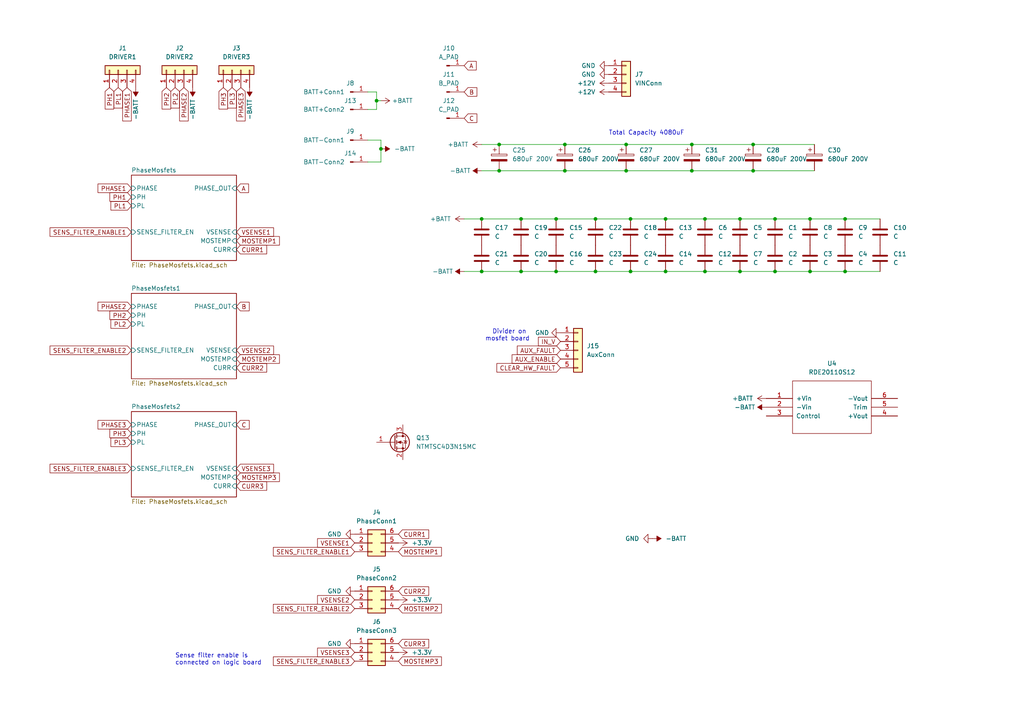
<source format=kicad_sch>
(kicad_sch (version 20230121) (generator eeschema)
  (paper "A4")
  (lib_symbols
    (symbol "Connector:Conn_01x01_Pin" (pin_names (offset 1.016) hide)
      (property "Reference" "J" (at 0 2.54 0))
      (property "Value" "Conn_01x01_Pin" (at 0 -2.54 0))
      (symbol "Conn_01x01_Pin_1_1"
        (polyline (pts (xy 1.27 0) (xy 0.8636 0)) (stroke (width 0.1524)))
        (rectangle (start 0.8636 0.127) (end 0 -0.127) (stroke (width 0.1524)) (fill (type outline)))
        (pin passive line (at 5.08 0 180) (length 3.81) (name "Pin_1") (number "1"))
      )
    )
    (symbol "Connector_Generic:Conn_01x04" (pin_names (offset 1.016) hide)
      (property "Reference" "J" (at 0 5.08 0))
      (property "Value" "Conn_01x04" (at 0 -7.62 0))
      (symbol "Conn_01x04_1_1"
        (rectangle (start -1.27 -4.953) (end 0 -5.207) (stroke (width 0.1524)))
        (rectangle (start -1.27 -2.413) (end 0 -2.667) (stroke (width 0.1524)))
        (rectangle (start -1.27 0.127) (end 0 -0.127) (stroke (width 0.1524)))
        (rectangle (start -1.27 2.667) (end 0 2.413) (stroke (width 0.1524)))
        (rectangle (start -1.27 3.81) (end 1.27 -6.35) (stroke (width 0.254)) (fill (type background)))
        (pin passive line (at -5.08 2.54 0) (length 3.81) (name "Pin_1") (number "1"))
        (pin passive line (at -5.08 0 0) (length 3.81) (name "Pin_2") (number "2"))
        (pin passive line (at -5.08 -2.54 0) (length 3.81) (name "Pin_3") (number "3"))
        (pin passive line (at -5.08 -5.08 0) (length 3.81) (name "Pin_4") (number "4"))
      )
    )
    (symbol "Connector_Generic:Conn_01x05" (pin_names (offset 1.016) hide)
      (property "Reference" "J" (at 0 7.62 0))
      (property "Value" "Conn_01x05" (at 0 -7.62 0))
      (symbol "Conn_01x05_1_1"
        (rectangle (start -1.27 -4.953) (end 0 -5.207) (stroke (width 0.1524)))
        (rectangle (start -1.27 -2.413) (end 0 -2.667) (stroke (width 0.1524)))
        (rectangle (start -1.27 0.127) (end 0 -0.127) (stroke (width 0.1524)))
        (rectangle (start -1.27 2.667) (end 0 2.413) (stroke (width 0.1524)))
        (rectangle (start -1.27 5.207) (end 0 4.953) (stroke (width 0.1524)))
        (rectangle (start -1.27 6.35) (end 1.27 -6.35) (stroke (width 0.254)) (fill (type background)))
        (pin passive line (at -5.08 5.08 0) (length 3.81) (name "Pin_1") (number "1"))
        (pin passive line (at -5.08 2.54 0) (length 3.81) (name "Pin_2") (number "2"))
        (pin passive line (at -5.08 0 0) (length 3.81) (name "Pin_3") (number "3"))
        (pin passive line (at -5.08 -2.54 0) (length 3.81) (name "Pin_4") (number "4"))
        (pin passive line (at -5.08 -5.08 0) (length 3.81) (name "Pin_5") (number "5"))
      )
    )
    (symbol "Connector_Generic:Conn_02x03_Counter_Clockwise" (pin_names (offset 1.016) hide)
      (property "Reference" "J" (at 1.27 5.08 0))
      (property "Value" "Conn_02x03_Counter_Clockwise" (at 1.27 -5.08 0))
      (symbol "Conn_02x03_Counter_Clockwise_1_1"
        (rectangle (start -1.27 -2.413) (end 0 -2.667) (stroke (width 0.1524)))
        (rectangle (start -1.27 0.127) (end 0 -0.127) (stroke (width 0.1524)))
        (rectangle (start -1.27 2.667) (end 0 2.413) (stroke (width 0.1524)))
        (rectangle (start -1.27 3.81) (end 3.81 -3.81) (stroke (width 0.254)) (fill (type background)))
        (rectangle (start 3.81 -2.413) (end 2.54 -2.667) (stroke (width 0.1524)))
        (rectangle (start 3.81 0.127) (end 2.54 -0.127) (stroke (width 0.1524)))
        (rectangle (start 3.81 2.667) (end 2.54 2.413) (stroke (width 0.1524)))
        (pin passive line (at -5.08 2.54 0) (length 3.81) (name "Pin_1") (number "1"))
        (pin passive line (at -5.08 0 0) (length 3.81) (name "Pin_2") (number "2"))
        (pin passive line (at -5.08 -2.54 0) (length 3.81) (name "Pin_3") (number "3"))
        (pin passive line (at 7.62 -2.54 180) (length 3.81) (name "Pin_4") (number "4"))
        (pin passive line (at 7.62 0 180) (length 3.81) (name "Pin_5") (number "5"))
        (pin passive line (at 7.62 2.54 180) (length 3.81) (name "Pin_6") (number "6"))
      )
    )
    (symbol "Device:C" (pin_numbers hide) (pin_names (offset 0.254))
      (property "Reference" "C" (at 0.635 2.54 0))
      (property "Value" "C" (at 0.635 -2.54 0))
      (symbol "C_0_1"
        (polyline (pts (xy -2.032 -0.762) (xy 2.032 -0.762)) (stroke (width 0.508)))
        (polyline (pts (xy -2.032 0.762) (xy 2.032 0.762)) (stroke (width 0.508)))
      )
      (symbol "C_1_1"
        (pin passive line (at 0 3.81 270) (length 2.794) (name "~") (number "1"))
        (pin passive line (at 0 -3.81 90) (length 2.794) (name "~") (number "2"))
      )
    )
    (symbol "Device:C_Polarized" (pin_numbers hide) (pin_names (offset 0.254))
      (property "Reference" "C" (at 0.635 2.54 0))
      (property "Value" "C_Polarized" (at 0.635 -2.54 0))
      (symbol "C_Polarized_0_1"
        (rectangle (start -2.286 0.508) (end 2.286 1.016))
        (polyline (pts (xy -1.778 2.286) (xy -0.762 2.286)))
        (polyline (pts (xy -1.27 2.794) (xy -1.27 1.778)))
        (rectangle (start 2.286 -0.508) (end -2.286 -1.016) (fill (type outline)))
      )
      (symbol "C_Polarized_1_1"
        (pin passive line (at 0 3.81 270) (length 2.794) (name "~") (number "1"))
        (pin passive line (at 0 -3.81 90) (length 2.794) (name "~") (number "2"))
      )
    )
    (symbol "GigaESCSymbols:RDE20110S12" (pin_names (offset 1.016))
      (property "Reference" "U" (at 0 -2.54 0))
      (property "Value" "RDE20110S12" (at 0 6.35 0))
      (symbol "RDE20110S12_1_0"
        (rectangle (start -11.43 -7.62) (end 11.43 7.62))
      )
      (symbol "RDE20110S12_1_1"
        (pin input line (at -19.05 2.54 0) (length 7.62) (name "+Vin") (number "1"))
        (pin input line (at -19.05 0 0) (length 7.62) (name "-Vin") (number "2"))
        (pin input line (at -19.05 -2.54 0) (length 7.62) (name "Control") (number "3"))
        (pin input line (at 19.05 -2.54 180) (length 7.62) (name "+Vout") (number "4"))
        (pin input line (at 19.05 0 180) (length 7.62) (name "Trim") (number "5"))
        (pin input line (at 19.05 2.54 180) (length 7.62) (name "-Vout") (number "6"))
      )
    )
    (symbol "Transistor_FET:FDMT800152DC" (pin_names hide)
      (property "Reference" "Q" (at 5.08 1.905 0))
      (property "Value" "FDMT800152DC" (at 5.08 0 0))
      (symbol "FDMT800152DC_0_1"
        (polyline (pts (xy 0.254 0) (xy -2.54 0)))
        (polyline (pts (xy 0.254 1.905) (xy 0.254 -1.905)) (stroke (width 0.254)))
        (polyline (pts (xy 0.762 -1.27) (xy 0.762 -2.286)) (stroke (width 0.254)))
        (polyline (pts (xy 0.762 0.508) (xy 0.762 -0.508)) (stroke (width 0.254)))
        (polyline (pts (xy 0.762 2.286) (xy 0.762 1.27)) (stroke (width 0.254)))
        (polyline (pts (xy 2.54 2.54) (xy 2.54 1.778)))
        (polyline (pts (xy 2.54 -2.54) (xy 2.54 0) (xy 0.762 0)))
        (polyline (pts (xy 0.762 -1.778) (xy 3.302 -1.778) (xy 3.302 1.778) (xy 0.762 1.778)))
        (polyline (pts (xy 1.016 0) (xy 2.032 0.381) (xy 2.032 -0.381) (xy 1.016 0)) (fill (type outline)))
        (polyline (pts (xy 2.794 0.508) (xy 2.921 0.381) (xy 3.683 0.381) (xy 3.81 0.254)))
        (polyline (pts (xy 3.302 0.381) (xy 2.921 -0.254) (xy 3.683 -0.254) (xy 3.302 0.381)))
        (circle (center 1.651 0) (radius 2.794) (stroke (width 0.254)))
        (circle (center 2.54 -1.778) (radius 0.254) (fill (type outline)))
        (circle (center 2.54 1.778) (radius 0.254) (fill (type outline)))
      )
      (symbol "FDMT800152DC_1_1"
        (pin passive line (at -5.08 0 0) (length 2.54) (name "G") (number "1"))
        (pin passive line (at 2.54 -5.08 90) (length 2.54) (name "S") (number "2"))
        (pin passive line (at 2.54 5.08 270) (length 2.54) (name "D") (number "3"))
      )
    )
    (symbol "power:+12V" (power) (pin_names (offset 0))
      (property "Value" "+12V" (at 0 3.556 0))
      (symbol "+12V_0_1"
        (polyline (pts (xy -0.762 1.27) (xy 0 2.54)))
        (polyline (pts (xy 0 0) (xy 0 2.54)))
        (polyline (pts (xy 0 2.54) (xy 0.762 1.27)))
      )
      (symbol "+12V_1_1"
        (pin power_in line (at 0 0 90) (length 0) hide (name "+12V") (number "1"))
      )
    )
    (symbol "power:+3.3V" (power) (pin_names (offset 0))
      (property "Value" "+3.3V" (at 0 3.556 0))
      (symbol "+3.3V_0_1"
        (polyline (pts (xy -0.762 1.27) (xy 0 2.54)))
        (polyline (pts (xy 0 0) (xy 0 2.54)))
        (polyline (pts (xy 0 2.54) (xy 0.762 1.27)))
      )
      (symbol "+3.3V_1_1"
        (pin power_in line (at 0 0 90) (length 0) hide (name "+3.3V") (number "1"))
      )
    )
    (symbol "power:+BATT" (power) (pin_names (offset 0))
      (property "Value" "+BATT" (at 0 3.556 0))
      (symbol "+BATT_0_1"
        (polyline (pts (xy -0.762 1.27) (xy 0 2.54)))
        (polyline (pts (xy 0 0) (xy 0 2.54)))
        (polyline (pts (xy 0 2.54) (xy 0.762 1.27)))
      )
      (symbol "+BATT_1_1"
        (pin power_in line (at 0 0 90) (length 0) hide (name "+BATT") (number "1"))
      )
    )
    (symbol "power:-BATT" (power) (pin_names (offset 0))
      (property "Value" "-BATT" (at 0 3.556 0))
      (symbol "-BATT_0_1"
        (polyline (pts (xy 0 0) (xy 0 2.54)))
        (polyline (pts (xy 0.762 1.27) (xy -0.762 1.27) (xy 0 2.54) (xy 0.762 1.27)) (fill (type outline)))
      )
      (symbol "-BATT_1_1"
        (pin power_in line (at 0 0 90) (length 0) hide (name "-BATT") (number "1"))
      )
    )
    (symbol "power:GND" (power) (pin_names (offset 0))
      (property "Value" "GND" (at 0 -3.81 0))
      (symbol "GND_0_1"
        (polyline (pts (xy 0 0) (xy 0 -1.27) (xy 1.27 -1.27) (xy 0 -2.54) (xy -1.27 -1.27) (xy 0 -1.27)))
      )
      (symbol "GND_1_1"
        (pin power_in line (at 0 0 270) (length 0) hide (name "GND") (number "1"))
      )
    )
  )
  (junction (at 224.79 63.5))
  (junction (at 193.04 63.5))
  (junction (at 163.83 41.91))
  (junction (at 172.72 63.5))
  (junction (at 139.7 63.5))
  (junction (at 200.66 49.53))
  (junction (at 204.47 78.74))
  (junction (at 234.95 63.5))
  (junction (at 218.44 49.53))
  (junction (at 234.95 78.74))
  (junction (at 109.22 29.21))
  (junction (at 182.88 78.74))
  (junction (at 161.29 63.5))
  (junction (at 214.63 63.5))
  (junction (at 163.83 49.53))
  (junction (at 161.29 78.74))
  (junction (at 200.66 41.91))
  (junction (at 193.04 78.74))
  (junction (at 139.7 78.74))
  (junction (at 151.13 78.74))
  (junction (at 172.72 78.74))
  (junction (at 214.63 78.74))
  (junction (at 204.47 63.5))
  (junction (at 245.11 63.5))
  (junction (at 224.79 78.74))
  (junction (at 144.78 49.53))
  (junction (at 181.61 41.91))
  (junction (at 181.61 49.53))
  (junction (at 110.49 43.18))
  (junction (at 151.13 63.5))
  (junction (at 144.78 41.91))
  (junction (at 245.11 78.74))
  (junction (at 182.88 63.5))
  (junction (at 218.44 41.91))
  (wire (pts (xy 106.68 26.67) (xy 109.22 26.67)))
  (wire (pts (xy 163.83 49.53) (xy 181.61 49.53)))
  (wire (pts (xy 134.62 78.74) (xy 139.7 78.74)))
  (wire (pts (xy 181.61 49.53) (xy 200.66 49.53)))
  (wire (pts (xy 106.68 46.99) (xy 110.49 46.99)))
  (wire (pts (xy 218.44 49.53) (xy 236.22 49.53)))
  (wire (pts (xy 134.62 63.5) (xy 139.7 63.5)))
  (wire (pts (xy 182.88 63.5) (xy 193.04 63.5)))
  (wire (pts (xy 172.72 63.5) (xy 182.88 63.5)))
  (wire (pts (xy 109.22 31.75) (xy 109.22 29.21)))
  (wire (pts (xy 193.04 78.74) (xy 204.47 78.74)))
  (wire (pts (xy 161.29 78.74) (xy 172.72 78.74)))
  (wire (pts (xy 151.13 78.74) (xy 161.29 78.74)))
  (wire (pts (xy 224.79 78.74) (xy 234.95 78.74)))
  (wire (pts (xy 182.88 78.74) (xy 193.04 78.74)))
  (wire (pts (xy 139.7 78.74) (xy 151.13 78.74)))
  (wire (pts (xy 204.47 78.74) (xy 214.63 78.74)))
  (wire (pts (xy 172.72 78.74) (xy 182.88 78.74)))
  (wire (pts (xy 204.47 63.5) (xy 214.63 63.5)))
  (wire (pts (xy 161.29 63.5) (xy 172.72 63.5)))
  (wire (pts (xy 139.7 41.91) (xy 144.78 41.91)))
  (wire (pts (xy 106.68 40.64) (xy 110.49 40.64)))
  (wire (pts (xy 109.22 29.21) (xy 110.49 29.21)))
  (wire (pts (xy 110.49 40.64) (xy 110.49 43.18)))
  (wire (pts (xy 151.13 63.5) (xy 161.29 63.5)))
  (wire (pts (xy 193.04 63.5) (xy 204.47 63.5)))
  (wire (pts (xy 245.11 78.74) (xy 255.27 78.74)))
  (wire (pts (xy 214.63 78.74) (xy 224.79 78.74)))
  (wire (pts (xy 144.78 49.53) (xy 163.83 49.53)))
  (wire (pts (xy 224.79 63.5) (xy 234.95 63.5)))
  (wire (pts (xy 200.66 41.91) (xy 218.44 41.91)))
  (wire (pts (xy 181.61 41.91) (xy 200.66 41.91)))
  (wire (pts (xy 109.22 26.67) (xy 109.22 29.21)))
  (wire (pts (xy 234.95 78.74) (xy 245.11 78.74)))
  (wire (pts (xy 234.95 63.5) (xy 245.11 63.5)))
  (wire (pts (xy 200.66 49.53) (xy 218.44 49.53)))
  (wire (pts (xy 214.63 63.5) (xy 224.79 63.5)))
  (wire (pts (xy 218.44 41.91) (xy 236.22 41.91)))
  (wire (pts (xy 110.49 46.99) (xy 110.49 43.18)))
  (wire (pts (xy 139.7 63.5) (xy 151.13 63.5)))
  (wire (pts (xy 106.68 31.75) (xy 109.22 31.75)))
  (wire (pts (xy 245.11 63.5) (xy 255.27 63.5)))
  (wire (pts (xy 139.7 49.53) (xy 144.78 49.53)))
  (wire (pts (xy 144.78 41.91) (xy 163.83 41.91)))
  (wire (pts (xy 163.83 41.91) (xy 181.61 41.91)))
  (text "Divider on \nmosfet board" (at 153.67 99.06 0) (effects (font (size 1.27 1.27)) (justify right bottom)))
  (text "Sense filter enable is \nconnected on logic board" (at 50.8 193.04 0) (effects (font (size 1.27 1.27)) (justify left bottom)))
  (text "Total Capacity 4080uF" (at 176.53 39.37 0) (effects (font (size 1.27 1.27)) (justify left bottom)))
  (global_label "CURR2" (shape input) (at 115.57 171.45 0) (property "Intersheetrefs" "${INTERSHEET_REFS}" (effects hide)))
  (global_label "VSENSE2" (shape input) (at 68.58 101.6 0) (property "Intersheetrefs" "${INTERSHEET_REFS}" (effects hide)))
  (global_label "MOSTEMP1" (shape input) (at 68.58 69.85 0) (property "Intersheetrefs" "${INTERSHEET_REFS}" (effects hide)))
  (global_label "PL1" (shape input) (at 34.29 25.4 270) (property "Intersheetrefs" "${INTERSHEET_REFS}" (effects hide)))
  (global_label "MOSTEMP3" (shape input) (at 68.58 138.43 0) (property "Intersheetrefs" "${INTERSHEET_REFS}" (effects hide)))
  (global_label "A" (shape input) (at 68.58 54.61 0) (property "Intersheetrefs" "${INTERSHEET_REFS}" (effects hide)))
  (global_label "CURR3" (shape input) (at 115.57 186.69 0) (property "Intersheetrefs" "${INTERSHEET_REFS}" (effects hide)))
  (global_label "SENS_FILTER_ENABLE3" (shape input) (at 102.87 191.77 180) (property "Intersheetrefs" "${INTERSHEET_REFS}" (effects hide)))
  (global_label "C" (shape input) (at 68.58 123.19 0) (property "Intersheetrefs" "${INTERSHEET_REFS}" (effects hide)))
  (global_label "MOSTEMP1" (shape input) (at 115.57 160.02 0) (property "Intersheetrefs" "${INTERSHEET_REFS}" (effects hide)))
  (global_label "PHASE1" (shape input) (at 36.83 25.4 270) (property "Intersheetrefs" "${INTERSHEET_REFS}" (effects hide)))
  (global_label "CURR2" (shape input) (at 68.58 106.68 0) (property "Intersheetrefs" "${INTERSHEET_REFS}" (effects hide)))
  (global_label "PL3" (shape input) (at 67.31 25.4 270) (property "Intersheetrefs" "${INTERSHEET_REFS}" (effects hide)))
  (global_label "MOSTEMP2" (shape input) (at 68.58 104.14 0) (property "Intersheetrefs" "${INTERSHEET_REFS}" (effects hide)))
  (global_label "C" (shape input) (at 134.62 34.29 0) (property "Intersheetrefs" "${INTERSHEET_REFS}" (effects hide)))
  (global_label "VSENSE2" (shape input) (at 102.87 173.99 180) (property "Intersheetrefs" "${INTERSHEET_REFS}" (effects hide)))
  (global_label "VSENSE1" (shape input) (at 102.87 157.48 180) (property "Intersheetrefs" "${INTERSHEET_REFS}" (effects hide)))
  (global_label "SENS_FILTER_ENABLE3" (shape input) (at 38.1 135.89 180) (property "Intersheetrefs" "${INTERSHEET_REFS}" (effects hide)))
  (global_label "SENS_FILTER_ENABLE2" (shape input) (at 38.1 101.6 180) (property "Intersheetrefs" "${INTERSHEET_REFS}" (effects hide)))
  (global_label "VSENSE3" (shape input) (at 102.87 189.23 180) (property "Intersheetrefs" "${INTERSHEET_REFS}" (effects hide)))
  (global_label "PHASE3" (shape input) (at 69.85 25.4 270) (property "Intersheetrefs" "${INTERSHEET_REFS}" (effects hide)))
  (global_label "PH1" (shape input) (at 38.1 57.15 180) (property "Intersheetrefs" "${INTERSHEET_REFS}" (effects hide)))
  (global_label "PHASE2" (shape input) (at 53.34 25.4 270) (property "Intersheetrefs" "${INTERSHEET_REFS}" (effects hide)))
  (global_label "AUX_FAULT" (shape input) (at 162.56 101.6 180) (property "Intersheetrefs" "${INTERSHEET_REFS}" (effects hide)))
  (global_label "PL3" (shape input) (at 38.1 128.27 180) (property "Intersheetrefs" "${INTERSHEET_REFS}" (effects hide)))
  (global_label "B" (shape input) (at 68.58 88.9 0) (property "Intersheetrefs" "${INTERSHEET_REFS}" (effects hide)))
  (global_label "IN_V" (shape input) (at 162.56 99.06 180) (property "Intersheetrefs" "${INTERSHEET_REFS}" (effects hide)))
  (global_label "CURR1" (shape input) (at 68.58 72.39 0) (property "Intersheetrefs" "${INTERSHEET_REFS}" (effects hide)))
  (global_label "VSENSE1" (shape input) (at 68.58 67.31 0) (property "Intersheetrefs" "${INTERSHEET_REFS}" (effects hide)))
  (global_label "AUX_ENABLE" (shape input) (at 162.56 104.14 180) (property "Intersheetrefs" "${INTERSHEET_REFS}" (effects hide)))
  (global_label "B" (shape input) (at 134.62 26.67 0) (property "Intersheetrefs" "${INTERSHEET_REFS}" (effects hide)))
  (global_label "PHASE3" (shape input) (at 38.1 123.19 180) (property "Intersheetrefs" "${INTERSHEET_REFS}" (effects hide)))
  (global_label "CURR1" (shape input) (at 115.57 154.94 0) (property "Intersheetrefs" "${INTERSHEET_REFS}" (effects hide)))
  (global_label "PH2" (shape input) (at 38.1 91.44 180) (property "Intersheetrefs" "${INTERSHEET_REFS}" (effects hide)))
  (global_label "SENS_FILTER_ENABLE2" (shape input) (at 102.87 176.53 180) (property "Intersheetrefs" "${INTERSHEET_REFS}" (effects hide)))
  (global_label "MOSTEMP2" (shape input) (at 115.57 176.53 0) (property "Intersheetrefs" "${INTERSHEET_REFS}" (effects hide)))
  (global_label "PL1" (shape input) (at 38.1 59.69 180) (property "Intersheetrefs" "${INTERSHEET_REFS}" (effects hide)))
  (global_label "PHASE2" (shape input) (at 38.1 88.9 180) (property "Intersheetrefs" "${INTERSHEET_REFS}" (effects hide)))
  (global_label "PH3" (shape input) (at 38.1 125.73 180) (property "Intersheetrefs" "${INTERSHEET_REFS}" (effects hide)))
  (global_label "SENS_FILTER_ENABLE1" (shape input) (at 38.1 67.31 180) (property "Intersheetrefs" "${INTERSHEET_REFS}" (effects hide)))
  (global_label "PL2" (shape input) (at 38.1 93.98 180) (property "Intersheetrefs" "${INTERSHEET_REFS}" (effects hide)))
  (global_label "PH2" (shape input) (at 48.26 25.4 270) (property "Intersheetrefs" "${INTERSHEET_REFS}" (effects hide)))
  (global_label "A" (shape input) (at 134.62 19.05 0) (property "Intersheetrefs" "${INTERSHEET_REFS}" (effects hide)))
  (global_label "SENS_FILTER_ENABLE1" (shape input) (at 102.87 160.02 180) (property "Intersheetrefs" "${INTERSHEET_REFS}" (effects hide)))
  (global_label "PH1" (shape input) (at 31.75 25.4 270) (property "Intersheetrefs" "${INTERSHEET_REFS}" (effects hide)))
  (global_label "MOSTEMP3" (shape input) (at 115.57 191.77 0) (property "Intersheetrefs" "${INTERSHEET_REFS}" (effects hide)))
  (global_label "PH3" (shape input) (at 64.77 25.4 270) (property "Intersheetrefs" "${INTERSHEET_REFS}" (effects hide)))
  (global_label "VSENSE3" (shape input) (at 68.58 135.89 0) (property "Intersheetrefs" "${INTERSHEET_REFS}" (effects hide)))
  (global_label "PL2" (shape input) (at 50.8 25.4 270) (property "Intersheetrefs" "${INTERSHEET_REFS}" (effects hide)))
  (global_label "CLEAR_HW_FAULT" (shape input) (at 162.56 106.68 180) (property "Intersheetrefs" "${INTERSHEET_REFS}" (effects hide)))
  (global_label "PHASE1" (shape input) (at 38.1 54.61 180) (property "Intersheetrefs" "${INTERSHEET_REFS}" (effects hide)))
  (global_label "CURR3" (shape input) (at 68.58 140.97 0) (property "Intersheetrefs" "${INTERSHEET_REFS}" (effects hide)))
  (symbol (lib_id "Device:C") (at 161.29 74.93 0) (unit 1)
    (property "Reference" "C16" (at 165.1 73.66 0) (effects (justify left)))
    (property "Value" "C" (at 165.1 76.2 0) (effects (justify left)))
    (property "Footprint" "Capacitor_SMD:C_2220_5650Metric" (effects hide))
  )
  (symbol (lib_id "power:+12V") (at 176.53 24.13 90) (unit 1)
    (property "Reference" "#PWR05" (effects hide))
    (property "Value" "+12V" (at 172.72 24.13 90) (effects (justify left)))
  )
  (symbol (lib_id "Device:C") (at 139.7 74.93 0) (unit 1)
    (property "Reference" "C21" (at 143.51 73.66 0) (effects (justify left)))
    (property "Value" "C" (at 143.51 76.2 0) (effects (justify left)))
    (property "Footprint" "Capacitor_SMD:C_2220_5650Metric" (effects hide))
  )
  (symbol (lib_id "Connector_Generic:Conn_01x04") (at 67.31 20.32 90) (unit 1)
    (property "Reference" "J3" (at 68.58 13.97 90))
    (property "Value" "DRIVER3" (at 68.58 16.51 90))
    (property "Footprint" "Connector_PinSocket_2.54mm:PinSocket_2x02_P2.54mm_Vertical_SMD" (effects hide))
  )
  (symbol (lib_id "Device:C") (at 245.11 67.31 0) (unit 1)
    (property "Reference" "C9" (at 248.92 66.04 0) (effects (justify left)))
    (property "Value" "C" (at 248.92 68.58 0) (effects (justify left)))
    (property "Footprint" "Capacitor_SMD:C_2220_5650Metric" (effects hide))
  )
  (symbol (lib_id "power:+BATT") (at 139.7 41.91 90) (unit 1)
    (property "Reference" "#PWR013" (effects hide))
    (property "Value" "+BATT" (at 135.89 41.91 90) (effects (justify left)))
  )
  (symbol (lib_id "Device:C") (at 151.13 67.31 0) (unit 1)
    (property "Reference" "C19" (at 154.94 66.04 0) (effects (justify left)))
    (property "Value" "C" (at 154.94 68.58 0) (effects (justify left)))
    (property "Footprint" "Capacitor_SMD:C_2220_5650Metric" (effects hide))
  )
  (symbol (lib_id "power:GND") (at 176.53 19.05 270) (unit 1)
    (property "Reference" "#PWR03" (effects hide))
    (property "Value" "GND" (at 172.72 19.05 90) (effects (justify right)))
  )
  (symbol (lib_id "power:-BATT") (at 55.88 25.4 180) (unit 1)
    (property "Reference" "#PWR028" (effects hide))
    (property "Value" "-BATT" (at 55.88 31.75 90))
  )
  (symbol (lib_id "Device:C_Polarized") (at 181.61 45.72 0) (unit 1)
    (property "Reference" "C27" (at 185.42 43.561 0) (effects (justify left)))
    (property "Value" "680uF 200V" (at 185.42 46.101 0) (effects (justify left)))
    (property "Footprint" "Capacitor_THT:CP_Radial_D22.0mm_P10.00mm_SnapIn" (effects hide))
  )
  (symbol (lib_id "Connector_Generic:Conn_01x04") (at 50.8 20.32 90) (unit 1)
    (property "Reference" "J2" (at 52.07 13.97 90))
    (property "Value" "DRIVER2" (at 52.07 16.51 90))
    (property "Footprint" "Connector_PinSocket_2.54mm:PinSocket_2x02_P2.54mm_Vertical_SMD" (effects hide))
  )
  (symbol (lib_id "power:+3.3V") (at 115.57 189.23 270) (unit 1)
    (property "Reference" "#PWR022" (effects hide))
    (property "Value" "+3.3V" (at 119.38 189.23 90) (effects (justify left)))
  )
  (symbol (lib_id "Connector_Generic:Conn_02x03_Counter_Clockwise") (at 107.95 157.48 0) (unit 1)
    (property "Reference" "J4" (at 109.22 148.59 0))
    (property "Value" "PhaseConn1" (at 109.22 151.13 0))
    (property "Footprint" "Connector_PinSocket_2.54mm:PinSocket_2x03_P2.54mm_Vertical_SMD" (effects hide))
  )
  (symbol (lib_id "Device:C") (at 193.04 67.31 0) (unit 1)
    (property "Reference" "C13" (at 196.85 66.04 0) (effects (justify left)))
    (property "Value" "C" (at 196.85 68.58 0) (effects (justify left)))
    (property "Footprint" "Capacitor_SMD:C_2220_5650Metric" (effects hide))
  )
  (symbol (lib_id "Connector_Generic:Conn_02x03_Counter_Clockwise") (at 107.95 189.23 0) (unit 1)
    (property "Reference" "J6" (at 109.22 180.34 0))
    (property "Value" "PhaseConn3" (at 109.22 182.88 0))
    (property "Footprint" "Connector_PinSocket_2.54mm:PinSocket_2x03_P2.54mm_Vertical_SMD" (effects hide))
  )
  (symbol (lib_id "Connector:Conn_01x01_Pin") (at 129.54 19.05 0) (unit 1)
    (property "Reference" "J10" (at 130.175 13.97 0))
    (property "Value" "A_PAD" (at 130.175 16.51 0))
    (property "Footprint" "Connector_Wire:SolderWirePad_1x01_SMD_5x10mm" (effects hide))
  )
  (symbol (lib_id "Device:C") (at 182.88 67.31 0) (unit 1)
    (property "Reference" "C18" (at 186.69 66.04 0) (effects (justify left)))
    (property "Value" "C" (at 186.69 68.58 0) (effects (justify left)))
    (property "Footprint" "Capacitor_SMD:C_2220_5650Metric" (effects hide))
  )
  (symbol (lib_id "power:-BATT") (at 110.49 43.18 270) (unit 1)
    (property "Reference" "#PWR02" (effects hide))
    (property "Value" "-BATT" (at 114.3 43.18 90) (effects (justify left)))
  )
  (symbol (lib_id "Device:C") (at 214.63 67.31 0) (unit 1)
    (property "Reference" "C5" (at 218.44 66.04 0) (effects (justify left)))
    (property "Value" "C" (at 218.44 68.58 0) (effects (justify left)))
    (property "Footprint" "Capacitor_SMD:C_2220_5650Metric" (effects hide))
  )
  (symbol (lib_id "Connector:Conn_01x01_Pin") (at 129.54 34.29 0) (unit 1)
    (property "Reference" "J12" (at 130.175 29.21 0))
    (property "Value" "C_PAD" (at 130.175 31.75 0))
    (property "Footprint" "Connector_Wire:SolderWirePad_1x01_SMD_5x10mm" (effects hide))
  )
  (symbol (lib_id "power:GND") (at 102.87 186.69 270) (unit 1)
    (property "Reference" "#PWR019" (effects hide))
    (property "Value" "GND" (at 99.06 186.69 90) (effects (justify right)))
  )
  (symbol (lib_id "power:-BATT") (at 134.62 78.74 90) (unit 1)
    (property "Reference" "#PWR015" (effects hide))
    (property "Value" "-BATT" (at 131.445 78.74 90) (effects (justify left)))
  )
  (symbol (lib_id "Connector_Generic:Conn_02x03_Counter_Clockwise") (at 107.95 173.99 0) (unit 1)
    (property "Reference" "J5" (at 109.22 165.1 0))
    (property "Value" "PhaseConn2" (at 109.22 167.64 0))
    (property "Footprint" "Connector_PinSocket_2.54mm:PinSocket_2x03_P2.54mm_Vertical_SMD" (effects hide))
  )
  (symbol (lib_id "Device:C") (at 255.27 74.93 0) (unit 1)
    (property "Reference" "C11" (at 259.08 73.66 0) (effects (justify left)))
    (property "Value" "C" (at 259.08 76.2 0) (effects (justify left)))
    (property "Footprint" "Capacitor_SMD:C_2220_5650Metric" (effects hide))
  )
  (symbol (lib_id "power:+3.3V") (at 115.57 173.99 270) (unit 1)
    (property "Reference" "#PWR021" (effects hide))
    (property "Value" "+3.3V" (at 119.38 173.99 90) (effects (justify left)))
  )
  (symbol (lib_id "Connector:Conn_01x01_Pin") (at 101.6 46.99 0) (unit 1)
    (property "Reference" "J14" (at 101.6 44.45 0))
    (property "Value" "BATT-Conn2" (at 93.98 46.99 0))
    (property "Footprint" "Connector_Wire:SolderWirePad_1x01_SMD_5x10mm" (effects hide))
  )
  (symbol (lib_id "power:GND") (at 162.56 96.52 270) (unit 1)
    (property "Reference" "#PWR032" (effects hide))
    (property "Value" "GND" (at 157.226 96.52 90))
  )
  (symbol (lib_id "Device:C") (at 234.95 67.31 0) (unit 1)
    (property "Reference" "C8" (at 238.76 66.04 0) (effects (justify left)))
    (property "Value" "C" (at 238.76 68.58 0) (effects (justify left)))
    (property "Footprint" "Capacitor_SMD:C_2220_5650Metric" (effects hide))
  )
  (symbol (lib_id "Connector_Generic:Conn_01x04") (at 34.29 20.32 90) (unit 1)
    (property "Reference" "J1" (at 35.56 13.97 90))
    (property "Value" "DRIVER1" (at 35.56 16.51 90))
    (property "Footprint" "Connector_PinSocket_2.54mm:PinSocket_2x02_P2.54mm_Vertical_SMD" (effects hide))
  )
  (symbol (lib_id "Connector:Conn_01x01_Pin") (at 101.6 31.75 0) (unit 1)
    (property "Reference" "J13" (at 101.6 29.21 0))
    (property "Value" "BATT+Conn2" (at 93.98 31.75 0))
    (property "Footprint" "Connector_Wire:SolderWirePad_1x01_SMD_5x10mm" (effects hide))
  )
  (symbol (lib_id "Connector:Conn_01x01_Pin") (at 101.6 40.64 0) (unit 1)
    (property "Reference" "J9" (at 101.6 38.1 0))
    (property "Value" "BATT-Conn1" (at 93.98 40.64 0))
    (property "Footprint" "Connector_Wire:SolderWirePad_1x01_SMD_5x10mm" (effects hide))
  )
  (symbol (lib_id "Device:C") (at 193.04 74.93 0) (unit 1)
    (property "Reference" "C14" (at 196.85 73.66 0) (effects (justify left)))
    (property "Value" "C" (at 196.85 76.2 0) (effects (justify left)))
    (property "Footprint" "Capacitor_SMD:C_2220_5650Metric" (effects hide))
  )
  (symbol (lib_id "Device:C") (at 214.63 74.93 0) (unit 1)
    (property "Reference" "C7" (at 218.44 73.66 0) (effects (justify left)))
    (property "Value" "C" (at 218.44 76.2 0) (effects (justify left)))
    (property "Footprint" "Capacitor_SMD:C_2220_5650Metric" (effects hide))
  )
  (symbol (lib_id "Device:C") (at 255.27 67.31 0) (unit 1)
    (property "Reference" "C10" (at 259.08 66.04 0) (effects (justify left)))
    (property "Value" "C" (at 259.08 68.58 0) (effects (justify left)))
    (property "Footprint" "Capacitor_SMD:C_2220_5650Metric" (effects hide))
  )
  (symbol (lib_id "power:-BATT") (at 72.39 25.4 180) (unit 1)
    (property "Reference" "#PWR029" (effects hide))
    (property "Value" "-BATT" (at 72.39 31.75 90))
  )
  (symbol (lib_id "Connector_Generic:Conn_01x05") (at 167.64 101.6 0) (unit 1)
    (property "Reference" "J15" (at 170.18 100.33 0) (effects (justify left)))
    (property "Value" "AuxConn" (at 170.18 102.87 0) (effects (justify left)))
    (property "Footprint" "Connector_PinSocket_2.54mm:PinSocket_1x05_P2.54mm_Vertical_SMD_Pin1Left" (effects hide))
    (property "MPN" "C124379" (effects hide))
  )
  (symbol (lib_id "Device:C") (at 139.7 67.31 0) (unit 1)
    (property "Reference" "C17" (at 143.51 66.04 0) (effects (justify left)))
    (property "Value" "C" (at 143.51 68.58 0) (effects (justify left)))
    (property "Footprint" "Capacitor_SMD:C_2220_5650Metric" (effects hide))
  )
  (symbol (lib_id "Device:C") (at 182.88 74.93 0) (unit 1)
    (property "Reference" "C24" (at 186.69 73.66 0) (effects (justify left)))
    (property "Value" "C" (at 186.69 76.2 0) (effects (justify left)))
    (property "Footprint" "Capacitor_SMD:C_2220_5650Metric" (effects hide))
  )
  (symbol (lib_id "Connector_Generic:Conn_01x04") (at 181.61 21.59 0) (unit 1)
    (property "Reference" "J7" (at 184.15 21.59 0) (effects (justify left)))
    (property "Value" "VINConn" (at 184.15 24.13 0) (effects (justify left)))
    (property "Footprint" "Connector_PinSocket_2.54mm:PinSocket_1x04_P2.54mm_Vertical_SMD_Pin1Left" (effects hide))
  )
  (symbol (lib_id "Device:C") (at 161.29 67.31 0) (unit 1)
    (property "Reference" "C15" (at 165.1 66.04 0) (effects (justify left)))
    (property "Value" "C" (at 165.1 68.58 0) (effects (justify left)))
    (property "Footprint" "Capacitor_SMD:C_2220_5650Metric" (effects hide))
  )
  (symbol (lib_id "power:-BATT") (at 189.23 156.21 270) (unit 1)
    (property "Reference" "#PWR023" (effects hide))
    (property "Value" "-BATT" (at 193.04 156.21 90) (effects (justify left)))
  )
  (symbol (lib_id "Device:C") (at 234.95 74.93 0) (unit 1)
    (property "Reference" "C3" (at 238.76 73.66 0) (effects (justify left)))
    (property "Value" "C" (at 238.76 76.2 0) (effects (justify left)))
    (property "Footprint" "Capacitor_SMD:C_2220_5650Metric" (effects hide))
  )
  (symbol (lib_id "power:-BATT") (at 139.7 49.53 90) (unit 1)
    (property "Reference" "#PWR016" (effects hide))
    (property "Value" "-BATT" (at 136.525 49.53 90) (effects (justify left)))
  )
  (symbol (lib_id "power:-BATT") (at 39.37 25.4 180) (unit 1)
    (property "Reference" "#PWR027" (effects hide))
    (property "Value" "-BATT" (at 39.37 31.75 90))
  )
  (symbol (lib_id "Device:C") (at 151.13 74.93 0) (unit 1)
    (property "Reference" "C20" (at 154.94 73.66 0) (effects (justify left)))
    (property "Value" "C" (at 154.94 76.2 0) (effects (justify left)))
    (property "Footprint" "Capacitor_SMD:C_2220_5650Metric" (effects hide))
  )
  (symbol (lib_id "Device:C") (at 172.72 67.31 0) (unit 1)
    (property "Reference" "C22" (at 176.53 66.04 0) (effects (justify left)))
    (property "Value" "C" (at 176.53 68.58 0) (effects (justify left)))
    (property "Footprint" "Capacitor_SMD:C_2220_5650Metric" (effects hide))
  )
  (symbol (lib_id "power:GND") (at 176.53 21.59 270) (unit 1)
    (property "Reference" "#PWR04" (effects hide))
    (property "Value" "GND" (at 172.72 21.59 90) (effects (justify right)))
  )
  (symbol (lib_id "power:+12V") (at 176.53 26.67 90) (unit 1)
    (property "Reference" "#PWR06" (effects hide))
    (property "Value" "+12V" (at 172.72 26.67 90) (effects (justify left)))
  )
  (symbol (lib_id "Connector:Conn_01x01_Pin") (at 129.54 26.67 0) (unit 1)
    (property "Reference" "J11" (at 130.175 21.59 0))
    (property "Value" "B_PAD" (at 130.175 24.13 0))
    (property "Footprint" "Connector_Wire:SolderWirePad_1x01_SMD_5x10mm" (effects hide))
  )
  (symbol (lib_id "power:+BATT") (at 110.49 29.21 270) (unit 1)
    (property "Reference" "#PWR01" (effects hide))
    (property "Value" "+BATT" (at 113.665 29.21 90) (effects (justify left)))
  )
  (symbol (lib_id "power:GND") (at 189.23 156.21 270) (unit 1)
    (property "Reference" "#PWR024" (effects hide))
    (property "Value" "GND" (at 185.42 156.21 90) (effects (justify right)))
  )
  (symbol (lib_id "power:+BATT") (at 134.62 63.5 90) (unit 1)
    (property "Reference" "#PWR014" (effects hide))
    (property "Value" "+BATT" (at 130.81 63.5 90) (effects (justify left)))
  )
  (symbol (lib_id "power:GND") (at 102.87 154.94 270) (unit 1)
    (property "Reference" "#PWR017" (effects hide))
    (property "Value" "GND" (at 99.06 154.94 90) (effects (justify right)))
  )
  (symbol (lib_id "Device:C_Polarized") (at 163.83 45.72 0) (unit 1)
    (property "Reference" "C26" (at 167.64 43.561 0) (effects (justify left)))
    (property "Value" "680uF 200V" (at 167.64 46.101 0) (effects (justify left)))
    (property "Footprint" "Capacitor_THT:CP_Radial_D22.0mm_P10.00mm_SnapIn" (effects hide))
  )
  (symbol (lib_id "GigaESCSymbols:RDE20110S12") (at 241.3 118.11 0) (unit 1)
    (property "Reference" "U4" (at 241.3 105.41 0))
    (property "Value" "RDE20110S12" (at 241.3 107.95 0))
    (property "Footprint" "Converter_DCDC:Converter_DCDC_TRACO_THN30-xxxx_THT" (effects hide))
    (property "Datasheet" "DOCUMENTATION" (effects hide))
  )
  (symbol (lib_id "Device:C") (at 224.79 74.93 0) (unit 1)
    (property "Reference" "C2" (at 228.6 73.66 0) (effects (justify left)))
    (property "Value" "C" (at 228.6 76.2 0) (effects (justify left)))
    (property "Footprint" "Capacitor_SMD:C_2220_5650Metric" (effects hide))
  )
  (symbol (lib_id "Device:C") (at 204.47 67.31 0) (unit 1)
    (property "Reference" "C6" (at 208.28 66.04 0) (effects (justify left)))
    (property "Value" "C" (at 208.28 68.58 0) (effects (justify left)))
    (property "Footprint" "Capacitor_SMD:C_2220_5650Metric" (effects hide))
  )
  (symbol (lib_id "Device:C") (at 172.72 74.93 0) (unit 1)
    (property "Reference" "C23" (at 176.53 73.66 0) (effects (justify left)))
    (property "Value" "C" (at 176.53 76.2 0) (effects (justify left)))
    (property "Footprint" "Capacitor_SMD:C_2220_5650Metric" (effects hide))
  )
  (symbol (lib_id "Device:C_Polarized") (at 236.22 45.72 0) (unit 1)
    (property "Reference" "C30" (at 240.03 43.561 0) (effects (justify left)))
    (property "Value" "680uF 200V" (at 240.03 46.101 0) (effects (justify left)))
    (property "Footprint" "Capacitor_THT:CP_Radial_D22.0mm_P10.00mm_SnapIn" (effects hide))
  )
  (symbol (lib_id "Device:C_Polarized") (at 144.78 45.72 0) (unit 1)
    (property "Reference" "C25" (at 148.59 43.561 0) (effects (justify left)))
    (property "Value" "680uF 200V" (at 148.59 46.101 0) (effects (justify left)))
    (property "Footprint" "Capacitor_THT:CP_Radial_D22.0mm_P10.00mm_SnapIn" (effects hide))
    (property "MPN" "C238253" (effects hide))
  )
  (symbol (lib_id "Transistor_FET:FDMT800152DC") (at 114.3 128.27 0) (unit 1)
    (property "Reference" "Q13" (at 120.65 127 0) (effects (justify left)))
    (property "Value" "NTMTSC4D3N15MC" (at 120.65 129.54 0) (effects (justify left)))
    (property "Footprint" "Package_TO_SOT_SMD:PQFN_8x8" (effects hide))
    (property "Datasheet" "https://www.onsemi.com/pub/Collateral/FDMT800152DC-D.pdf" (effects hide))
  )
  (symbol (lib_id "Device:C") (at 204.47 74.93 0) (unit 1)
    (property "Reference" "C12" (at 208.28 73.66 0) (effects (justify left)))
    (property "Value" "C" (at 208.28 76.2 0) (effects (justify left)))
    (property "Footprint" "Capacitor_SMD:C_2220_5650Metric" (effects hide))
  )
  (symbol (lib_id "power:-BATT") (at 222.25 118.11 90) (unit 1)
    (property "Reference" "#PWR031" (effects hide))
    (property "Value" "-BATT" (at 219.075 118.11 90) (effects (justify left)))
  )
  (symbol (lib_id "power:GND") (at 102.87 171.45 270) (unit 1)
    (property "Reference" "#PWR018" (effects hide))
    (property "Value" "GND" (at 99.06 171.45 90) (effects (justify right)))
  )
  (symbol (lib_id "Device:C_Polarized") (at 200.66 45.72 0) (unit 1)
    (property "Reference" "C31" (at 204.47 43.561 0) (effects (justify left)))
    (property "Value" "680uF 200V" (at 204.47 46.101 0) (effects (justify left)))
    (property "Footprint" "Capacitor_THT:CP_Radial_D22.0mm_P10.00mm_SnapIn" (effects hide))
  )
  (symbol (lib_id "Device:C_Polarized") (at 218.44 45.72 0) (unit 1)
    (property "Reference" "C28" (at 222.25 43.561 0) (effects (justify left)))
    (property "Value" "680uF 200V" (at 222.25 46.101 0) (effects (justify left)))
    (property "Footprint" "Capacitor_THT:CP_Radial_D22.0mm_P10.00mm_SnapIn" (effects hide))
  )
  (symbol (lib_id "Device:C") (at 224.79 67.31 0) (unit 1)
    (property "Reference" "C1" (at 228.6 66.04 0) (effects (justify left)))
    (property "Value" "C" (at 228.6 68.58 0) (effects (justify left)))
    (property "Footprint" "Capacitor_SMD:C_2220_5650Metric" (effects hide))
  )
  (symbol (lib_id "Connector:Conn_01x01_Pin") (at 101.6 26.67 0) (unit 1)
    (property "Reference" "J8" (at 101.6 24.13 0))
    (property "Value" "BATT+Conn1" (at 93.98 26.67 0))
    (property "Footprint" "Connector_Wire:SolderWirePad_1x01_SMD_5x10mm" (effects hide))
  )
  (symbol (lib_id "power:+BATT") (at 222.25 115.57 90) (unit 1)
    (property "Reference" "#PWR030" (effects hide))
    (property "Value" "+BATT" (at 218.44 115.57 90) (effects (justify left)))
  )
  (symbol (lib_id "power:+3.3V") (at 115.57 157.48 270) (unit 1)
    (property "Reference" "#PWR020" (effects hide))
    (property "Value" "+3.3V" (at 119.38 157.48 90) (effects (justify left)))
  )
  (symbol (lib_id "Device:C") (at 245.11 74.93 0) (unit 1)
    (property "Reference" "C4" (at 248.92 73.66 0) (effects (justify left)))
    (property "Value" "C" (at 248.92 76.2 0) (effects (justify left)))
    (property "Footprint" "Capacitor_SMD:C_2220_5650Metric" (effects hide))
  )
  (sheet (at 38.1 50.8) (size 30.48 24.765) (stroke (width 0.1524))
    (property "Sheetname" "PhaseMosfets" (at 38.1 50.0884 0) (effects (justify left bottom)))
    (property "Sheetfile" "PhaseMosfets.kicad_sch" (at 38.1 76.1496 0) (effects (justify left top)))
    (pin "PH" input (at 38.1 57.15 180))
    (pin "PL" input (at 38.1 59.69 180))
    (pin "PHASE_OUT" input (at 68.58 54.61 0))
    (pin "SENSE_FILTER_EN" input (at 38.1 67.31 180))
    (pin "VSENSE" input (at 68.58 67.31 0))
    (pin "CURR" input (at 68.58 72.39 0))
    (pin "PHASE" input (at 38.1 54.61 180))
    (pin "MOSTEMP" input (at 68.58 69.85 0))
  )
  (sheet (at 38.1 119.38) (size 30.48 24.765) (stroke (width 0.1524))
    (property "Sheetname" "PhaseMosfets2" (at 38.1 118.6684 0) (effects (justify left bottom)))
    (property "Sheetfile" "PhaseMosfets.kicad_sch" (at 38.1 144.7296 0) (effects (justify left top)))
    (pin "PH" input (at 38.1 125.73 180))
    (pin "PL" input (at 38.1 128.27 180))
    (pin "PHASE_OUT" input (at 68.58 123.19 0))
    (pin "SENSE_FILTER_EN" input (at 38.1 135.89 180))
    (pin "VSENSE" input (at 68.58 135.89 0))
    (pin "CURR" input (at 68.58 140.97 0))
    (pin "PHASE" input (at 38.1 123.19 180))
    (pin "MOSTEMP" input (at 68.58 138.43 0))
  )
  (sheet (at 38.1 85.09) (size 30.48 24.765) (stroke (width 0.1524))
    (property "Sheetname" "PhaseMosfets1" (at 38.1 84.3784 0) (effects (justify left bottom)))
    (property "Sheetfile" "PhaseMosfets.kicad_sch" (at 38.1 110.4396 0) (effects (justify left top)))
    (pin "PH" input (at 38.1 91.44 180))
    (pin "PL" input (at 38.1 93.98 180))
    (pin "PHASE_OUT" input (at 68.58 88.9 0))
    (pin "SENSE_FILTER_EN" input (at 38.1 101.6 180))
    (pin "VSENSE" input (at 68.58 101.6 0))
    (pin "CURR" input (at 68.58 106.68 0))
    (pin "PHASE" input (at 38.1 88.9 180))
    (pin "MOSTEMP" input (at 68.58 104.14 0))
  )
)
</source>
